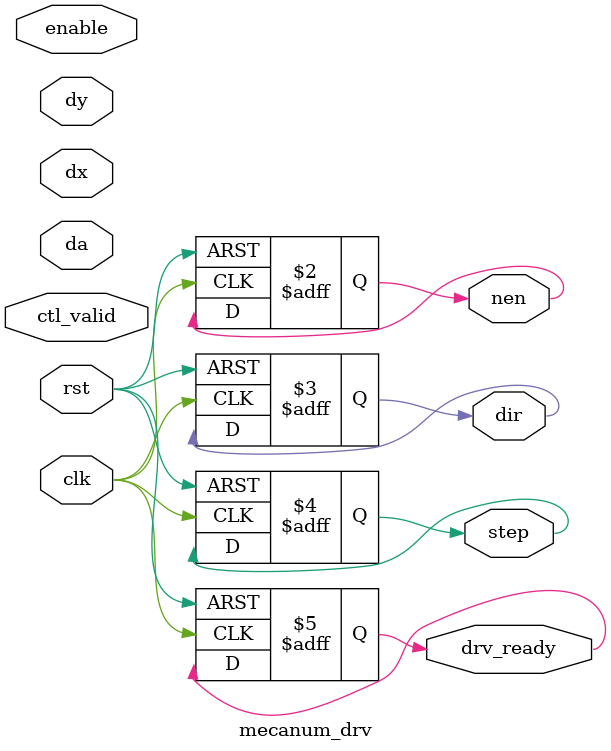
<source format=sv>
module mecanum_drv
# (
	parameter clk_hz  = 25000000,
	parameter step_hz = 1000,
	parameter step_number = 6000
) (
	input  logic clk,
	input  logic rst,
	input  logic enable,
	input  logic ctl_valid,
	input  logic dx,
	input  logic dy,
	input  logic da,
	output logic nen,
	output logic dir,
	output logic step,
	output logic drv_ready
);

	always_ff @(posedge clk or posedge rst) begin

		if (rst) begin
			nen  <= 1'd1;
			dir  <= 1'd0;
			step <= 1'd0;

			drv_ready <= 1'd0;

		end else if (ctl_valid) begin
			


		end	
	
	end

endmodule

</source>
